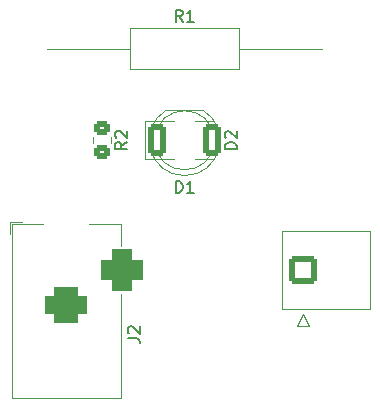
<source format=gbr>
%TF.GenerationSoftware,KiCad,Pcbnew,7.0.10*%
%TF.CreationDate,2024-03-02T17:11:43+01:00*%
%TF.ProjectId,explorer-light,6578706c-6f72-4657-922d-6c696768742e,rev?*%
%TF.SameCoordinates,Original*%
%TF.FileFunction,Legend,Top*%
%TF.FilePolarity,Positive*%
%FSLAX46Y46*%
G04 Gerber Fmt 4.6, Leading zero omitted, Abs format (unit mm)*
G04 Created by KiCad (PCBNEW 7.0.10) date 2024-03-02 17:11:43*
%MOMM*%
%LPD*%
G01*
G04 APERTURE LIST*
G04 Aperture macros list*
%AMRoundRect*
0 Rectangle with rounded corners*
0 $1 Rounding radius*
0 $2 $3 $4 $5 $6 $7 $8 $9 X,Y pos of 4 corners*
0 Add a 4 corners polygon primitive as box body*
4,1,4,$2,$3,$4,$5,$6,$7,$8,$9,$2,$3,0*
0 Add four circle primitives for the rounded corners*
1,1,$1+$1,$2,$3*
1,1,$1+$1,$4,$5*
1,1,$1+$1,$6,$7*
1,1,$1+$1,$8,$9*
0 Add four rect primitives between the rounded corners*
20,1,$1+$1,$2,$3,$4,$5,0*
20,1,$1+$1,$4,$5,$6,$7,0*
20,1,$1+$1,$6,$7,$8,$9,0*
20,1,$1+$1,$8,$9,$2,$3,0*%
G04 Aperture macros list end*
%ADD10C,0.150000*%
%ADD11C,0.120000*%
%ADD12R,3.500000X3.500000*%
%ADD13RoundRect,0.750000X1.000000X-0.750000X1.000000X0.750000X-1.000000X0.750000X-1.000000X-0.750000X0*%
%ADD14RoundRect,0.875000X0.875000X-0.875000X0.875000X0.875000X-0.875000X0.875000X-0.875000X-0.875000X0*%
%ADD15C,3.000000*%
%ADD16RoundRect,0.250001X-0.949999X-0.949999X0.949999X-0.949999X0.949999X0.949999X-0.949999X0.949999X0*%
%ADD17C,2.400000*%
%ADD18R,1.800000X1.800000*%
%ADD19C,1.800000*%
%ADD20RoundRect,0.249999X-0.512501X-1.075001X0.512501X-1.075001X0.512501X1.075001X-0.512501X1.075001X0*%
%ADD21C,1.600000*%
%ADD22O,1.600000X1.600000*%
%ADD23RoundRect,0.250000X-0.450000X0.350000X-0.450000X-0.350000X0.450000X-0.350000X0.450000X0.350000X0*%
G04 APERTURE END LIST*
D10*
X108219619Y-83900133D02*
X108933904Y-83900133D01*
X108933904Y-83900133D02*
X109076761Y-83947752D01*
X109076761Y-83947752D02*
X109172000Y-84042990D01*
X109172000Y-84042990D02*
X109219619Y-84185847D01*
X109219619Y-84185847D02*
X109219619Y-84281085D01*
X108314857Y-83471561D02*
X108267238Y-83423942D01*
X108267238Y-83423942D02*
X108219619Y-83328704D01*
X108219619Y-83328704D02*
X108219619Y-83090609D01*
X108219619Y-83090609D02*
X108267238Y-82995371D01*
X108267238Y-82995371D02*
X108314857Y-82947752D01*
X108314857Y-82947752D02*
X108410095Y-82900133D01*
X108410095Y-82900133D02*
X108505333Y-82900133D01*
X108505333Y-82900133D02*
X108648190Y-82947752D01*
X108648190Y-82947752D02*
X109219619Y-83519180D01*
X109219619Y-83519180D02*
X109219619Y-82900133D01*
X117429619Y-67874894D02*
X116429619Y-67874894D01*
X116429619Y-67874894D02*
X116429619Y-67636799D01*
X116429619Y-67636799D02*
X116477238Y-67493942D01*
X116477238Y-67493942D02*
X116572476Y-67398704D01*
X116572476Y-67398704D02*
X116667714Y-67351085D01*
X116667714Y-67351085D02*
X116858190Y-67303466D01*
X116858190Y-67303466D02*
X117001047Y-67303466D01*
X117001047Y-67303466D02*
X117191523Y-67351085D01*
X117191523Y-67351085D02*
X117286761Y-67398704D01*
X117286761Y-67398704D02*
X117382000Y-67493942D01*
X117382000Y-67493942D02*
X117429619Y-67636799D01*
X117429619Y-67636799D02*
X117429619Y-67874894D01*
X116524857Y-66922513D02*
X116477238Y-66874894D01*
X116477238Y-66874894D02*
X116429619Y-66779656D01*
X116429619Y-66779656D02*
X116429619Y-66541561D01*
X116429619Y-66541561D02*
X116477238Y-66446323D01*
X116477238Y-66446323D02*
X116524857Y-66398704D01*
X116524857Y-66398704D02*
X116620095Y-66351085D01*
X116620095Y-66351085D02*
X116715333Y-66351085D01*
X116715333Y-66351085D02*
X116858190Y-66398704D01*
X116858190Y-66398704D02*
X117429619Y-66970132D01*
X117429619Y-66970132D02*
X117429619Y-66351085D01*
X112276705Y-71571619D02*
X112276705Y-70571619D01*
X112276705Y-70571619D02*
X112514800Y-70571619D01*
X112514800Y-70571619D02*
X112657657Y-70619238D01*
X112657657Y-70619238D02*
X112752895Y-70714476D01*
X112752895Y-70714476D02*
X112800514Y-70809714D01*
X112800514Y-70809714D02*
X112848133Y-71000190D01*
X112848133Y-71000190D02*
X112848133Y-71143047D01*
X112848133Y-71143047D02*
X112800514Y-71333523D01*
X112800514Y-71333523D02*
X112752895Y-71428761D01*
X112752895Y-71428761D02*
X112657657Y-71524000D01*
X112657657Y-71524000D02*
X112514800Y-71571619D01*
X112514800Y-71571619D02*
X112276705Y-71571619D01*
X113800514Y-71571619D02*
X113229086Y-71571619D01*
X113514800Y-71571619D02*
X113514800Y-70571619D01*
X113514800Y-70571619D02*
X113419562Y-70714476D01*
X113419562Y-70714476D02*
X113324324Y-70809714D01*
X113324324Y-70809714D02*
X113229086Y-70857333D01*
X112848133Y-57101619D02*
X112514800Y-56625428D01*
X112276705Y-57101619D02*
X112276705Y-56101619D01*
X112276705Y-56101619D02*
X112657657Y-56101619D01*
X112657657Y-56101619D02*
X112752895Y-56149238D01*
X112752895Y-56149238D02*
X112800514Y-56196857D01*
X112800514Y-56196857D02*
X112848133Y-56292095D01*
X112848133Y-56292095D02*
X112848133Y-56434952D01*
X112848133Y-56434952D02*
X112800514Y-56530190D01*
X112800514Y-56530190D02*
X112752895Y-56577809D01*
X112752895Y-56577809D02*
X112657657Y-56625428D01*
X112657657Y-56625428D02*
X112276705Y-56625428D01*
X113800514Y-57101619D02*
X113229086Y-57101619D01*
X113514800Y-57101619D02*
X113514800Y-56101619D01*
X113514800Y-56101619D02*
X113419562Y-56244476D01*
X113419562Y-56244476D02*
X113324324Y-56339714D01*
X113324324Y-56339714D02*
X113229086Y-56387333D01*
X108119619Y-67283466D02*
X107643428Y-67616799D01*
X108119619Y-67854894D02*
X107119619Y-67854894D01*
X107119619Y-67854894D02*
X107119619Y-67473942D01*
X107119619Y-67473942D02*
X107167238Y-67378704D01*
X107167238Y-67378704D02*
X107214857Y-67331085D01*
X107214857Y-67331085D02*
X107310095Y-67283466D01*
X107310095Y-67283466D02*
X107452952Y-67283466D01*
X107452952Y-67283466D02*
X107548190Y-67331085D01*
X107548190Y-67331085D02*
X107595809Y-67378704D01*
X107595809Y-67378704D02*
X107643428Y-67473942D01*
X107643428Y-67473942D02*
X107643428Y-67854894D01*
X107214857Y-66902513D02*
X107167238Y-66854894D01*
X107167238Y-66854894D02*
X107119619Y-66759656D01*
X107119619Y-66759656D02*
X107119619Y-66521561D01*
X107119619Y-66521561D02*
X107167238Y-66426323D01*
X107167238Y-66426323D02*
X107214857Y-66378704D01*
X107214857Y-66378704D02*
X107310095Y-66331085D01*
X107310095Y-66331085D02*
X107405333Y-66331085D01*
X107405333Y-66331085D02*
X107548190Y-66378704D01*
X107548190Y-66378704D02*
X108119619Y-66950132D01*
X108119619Y-66950132D02*
X108119619Y-66331085D01*
D11*
%TO.C,J2*%
X98414800Y-88916800D02*
X98414800Y-74216800D01*
X107614800Y-88916800D02*
X98414800Y-88916800D01*
X107614800Y-80116800D02*
X107614800Y-88916800D01*
X98214800Y-75066800D02*
X98214800Y-74016800D01*
X98414800Y-74216800D02*
X101014800Y-74216800D01*
X104914800Y-74216800D02*
X107614800Y-74216800D01*
X107614800Y-74216800D02*
X107614800Y-76116800D01*
X99264800Y-74016800D02*
X98214800Y-74016800D01*
%TO.C,J1*%
X121234800Y-74806800D02*
X121234800Y-81426800D01*
X121234800Y-81426800D02*
X124994800Y-81426800D01*
X122514800Y-82816800D02*
X123014800Y-81816800D01*
X123014800Y-81816800D02*
X123514800Y-82816800D01*
X123514800Y-82816800D02*
X122514800Y-82816800D01*
X124994800Y-74806800D02*
X121234800Y-74806800D01*
X124994800Y-74806800D02*
X128754800Y-74806800D01*
X128754800Y-74806800D02*
X128754800Y-81426800D01*
X128754800Y-81426800D02*
X124994800Y-81426800D01*
%TO.C,D2*%
X114559800Y-64576800D02*
X111469800Y-64576800D01*
X113014338Y-70126799D02*
G75*
G03*
X114559630Y-64576801I462J2989999D01*
G01*
X111469970Y-64576800D02*
G75*
G03*
X113015262Y-70126800I1544830J-2560000D01*
G01*
X115514800Y-67136800D02*
G75*
G03*
X110514800Y-67136800I-2500000J0D01*
G01*
X110514800Y-67136800D02*
G75*
G03*
X115514800Y-67136800I2500000J0D01*
G01*
%TO.C,D1*%
X109654800Y-65531800D02*
X109654800Y-68701800D01*
X109654800Y-68701800D02*
X115514800Y-68701800D01*
X115514800Y-65531800D02*
X109654800Y-65531800D01*
%TO.C,R1*%
X101354800Y-59366800D02*
X108394800Y-59366800D01*
X108394800Y-57646800D02*
X108394800Y-61086800D01*
X108394800Y-61086800D02*
X117634800Y-61086800D01*
X117634800Y-57646800D02*
X108394800Y-57646800D01*
X117634800Y-61086800D02*
X117634800Y-57646800D01*
X124674800Y-59366800D02*
X117634800Y-59366800D01*
%TO.C,R2*%
X106749800Y-66889736D02*
X106749800Y-67343864D01*
X105279800Y-66889736D02*
X105279800Y-67343864D01*
%TD*%
%LPC*%
D12*
%TO.C,J2*%
X103014800Y-75116800D03*
D13*
X103014800Y-81116800D03*
D14*
X107714800Y-78116800D03*
%TD*%
D15*
%TO.C,H1*%
X93014800Y-54616800D03*
%TD*%
D16*
%TO.C,J1*%
X123014800Y-78116800D03*
D17*
X126974800Y-78116800D03*
%TD*%
D18*
%TO.C,D2*%
X113014800Y-65866800D03*
D19*
X113014800Y-68406800D03*
%TD*%
D20*
%TO.C,D1*%
X110677300Y-67116800D03*
X115352300Y-67116800D03*
%TD*%
D15*
%TO.C,H3*%
X93014800Y-79616800D03*
%TD*%
%TO.C,H4*%
X133014800Y-79616800D03*
%TD*%
D21*
%TO.C,R1*%
X100314800Y-59366800D03*
D22*
X125714800Y-59366800D03*
%TD*%
D15*
%TO.C,H2*%
X133014800Y-54616800D03*
%TD*%
D23*
%TO.C,R2*%
X106014800Y-66116800D03*
X106014800Y-68116800D03*
%TD*%
%LPD*%
M02*

</source>
